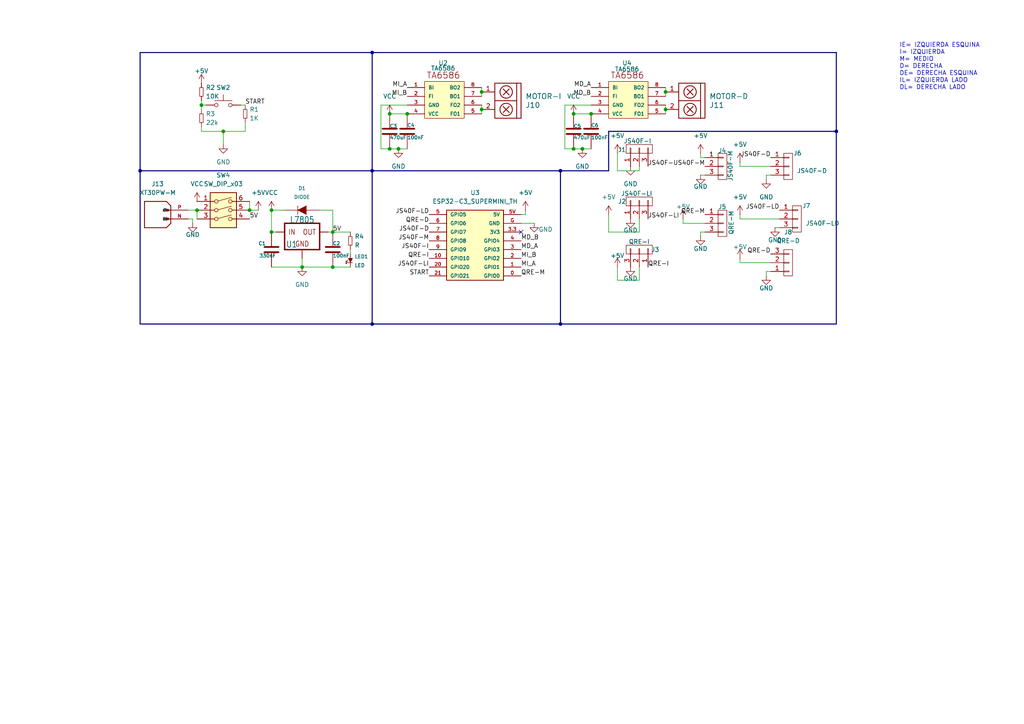
<source format=kicad_sch>
(kicad_sch (version 20231120) (generator "eeschema") (generator_version "8.0")
  (paper "A4")
  (lib_symbols
    (symbol "EESTN5:C" (pin_numbers hide) (pin_names (offset 0.254))
      (property "Reference" "C" (at 0 2.54 0))
      (property "Value" "C" (at 0.1524 -2.159 0))
      (symbol "C_0_1"
        (polyline (pts (xy -2.032 -0.762) (xy 2.032 -0.762)) (stroke (width 0.508)))
        (polyline (pts (xy -2.032 0.762) (xy 2.032 0.762)) (stroke (width 0.508)))
      )
      (symbol "C_1_1"
        (pin passive line (at 0 5.08 270) (length 4.318) (name "~") (number "1"))
        (pin passive line (at 0 -5.08 90) (length 4.318) (name "~") (number "2"))
      )
    )
    (symbol "EESTN5:CONN_01X03" (pin_names (offset 1.016) hide)
      (property "Reference" "J" (at 0 5.08 0))
      (property "Value" "CONN_01X03" (at 2.54 0 90))
      (symbol "CONN_01X03_0_1"
        (rectangle (start -1.27 -2.413) (end 0.254 -2.667))
        (rectangle (start -1.27 0.127) (end 0.254 -0.127))
        (rectangle (start -1.27 2.667) (end 0.254 2.413))
        (rectangle (start -1.27 3.81) (end 1.27 -3.81))
      )
      (symbol "CONN_01X03_1_1"
        (pin passive line (at -5.08 2.54 0) (length 3.81) (name "P1") (number "1"))
        (pin passive line (at -5.08 0 0) (length 3.81) (name "P2") (number "2"))
        (pin passive line (at -5.08 -2.54 0) (length 3.81) (name "P3") (number "3"))
      )
    )
    (symbol "EESTN5:DIODE" (pin_numbers hide) (pin_names (offset 1.016) hide)
      (property "Reference" "D" (at 0 2.54 0))
      (property "Value" "DIODE" (at 0 -2.54 0))
      (symbol "DIODE_0_1"
        (polyline (pts (xy 1.27 1.27) (xy 1.27 -1.27)) (stroke (width 0.1524)))
        (polyline (pts (xy -1.27 1.27) (xy 1.27 0) (xy -1.27 -1.27)) (fill (type outline)))
      )
      (symbol "DIODE_1_1"
        (pin passive line (at -5.08 0 0) (length 3.81) (name "A") (number "1"))
        (pin passive line (at 5.08 0 180) (length 3.81) (name "K") (number "2"))
      )
    )
    (symbol "EESTN5:LED" (pin_numbers hide) (pin_names (offset 1.016) hide)
      (property "Reference" "LED" (at 0 2.54 0))
      (property "Value" "LED" (at 0 -2.54 0))
      (symbol "LED_0_1"
        (polyline (pts (xy 0.508 -0.762) (xy 1.016 -1.27) (xy 1.016 -1.27)))
        (polyline (pts (xy 1.016 -0.762) (xy 1.524 -1.27) (xy 1.524 -1.27)))
        (polyline (pts (xy 1.27 -0.635) (xy 1.27 0.635) (xy 1.27 0.635)))
        (polyline (pts (xy 1.27 0) (xy 0 0.635) (xy 0 -0.635) (xy 0 -0.635)) (fill (type outline)))
        (polyline (pts (xy 1.524 -1.27) (xy 1.27 -1.27) (xy 1.524 -1.016) (xy 1.524 -1.27) (xy 1.524 -1.27)) (fill (type outline)))
        (polyline (pts (xy 1.016 -1.27) (xy 0.762 -1.27) (xy 1.016 -1.016) (xy 1.016 -1.27) (xy 1.016 -1.27) (xy 1.016 -1.27)) (fill (type outline)))
      )
      (symbol "LED_1_1"
        (pin passive line (at -1.27 0 0) (length 1.27) (name "A") (number "1"))
        (pin passive line (at 2.54 0 180) (length 1.27) (name "K") (number "2"))
      )
    )
    (symbol "EESTN5:R" (pin_numbers hide) (pin_names (offset 0))
      (property "Reference" "R" (at -1.27 0 90))
      (property "Value" "R" (at 1.27 0 90))
      (symbol "R_0_1"
        (rectangle (start 0.508 1.27) (end -0.508 -1.27))
      )
      (symbol "R_1_1"
        (pin passive line (at 0 2.54 270) (length 1.27) (name "~") (number "1"))
        (pin passive line (at 0 -2.54 90) (length 1.27) (name "~") (number "2"))
      )
    )
    (symbol "EESTN5:SW_DIP_x03" (pin_names (offset 0) hide)
      (property "Reference" "SW" (at 0 8.89 0))
      (property "Value" "SW_DIP_x03" (at 0 -3.81 0))
      (symbol "SW_DIP_x03_0_0"
        (circle (center -2.032 0) (radius 0.508))
        (circle (center -2.032 2.54) (radius 0.508))
        (circle (center -2.032 5.08) (radius 0.508))
        (polyline (pts (xy -1.524 0.127) (xy 2.3622 1.1684)))
        (polyline (pts (xy -1.524 2.667) (xy 2.3622 3.7084)))
        (polyline (pts (xy -1.524 5.207) (xy 2.3622 6.2484)))
        (circle (center 2.032 0) (radius 0.508))
        (circle (center 2.032 2.54) (radius 0.508))
        (circle (center 2.032 5.08) (radius 0.508))
      )
      (symbol "SW_DIP_x03_0_1"
        (rectangle (start -3.81 7.62) (end 3.81 -2.54) (stroke (width 0.254)) (fill (type background)))
      )
      (symbol "SW_DIP_x03_1_1"
        (pin input line (at -7.62 5.08 0) (length 5.08) (name "~") (number "1"))
        (pin input line (at -7.62 2.54 0) (length 5.08) (name "~") (number "2"))
        (pin input line (at -7.62 0 0) (length 5.08) (name "~") (number "3"))
        (pin input line (at 7.62 0 180) (length 5.08) (name "~") (number "4"))
        (pin input line (at 7.62 2.54 180) (length 5.08) (name "~") (number "5"))
        (pin input line (at 7.62 5.08 180) (length 5.08) (name "~") (number "6"))
      )
    )
    (symbol "EESTN5:SW_Push" (pin_numbers hide) (pin_names (offset 1.016) hide)
      (property "Reference" "SW" (at 1.27 2.54 0))
      (symbol "SW_Push_0_1"
        (circle (center -2.032 0) (radius 0.508))
        (polyline (pts (xy 0 1.27) (xy 0 3.048)))
        (polyline (pts (xy 2.54 1.27) (xy -2.54 1.27)))
        (circle (center 2.032 0) (radius 0.508))
        (pin passive line (at -5.08 0 0) (length 2.54) (name "1") (number "1"))
        (pin passive line (at 5.08 0 180) (length 2.54) (name "2") (number "2"))
      )
    )
    (symbol "EESTN5:TB_1X2" (pin_names (offset 1.016))
      (property "Reference" "J" (at 0 7.62 0))
      (property "Value" "TB_1X2" (at 1.27 -7.62 0))
      (symbol "TB_1X2_0_1"
        (rectangle (start -2.54 5.08) (end 5.08 -5.08) (stroke (width 0.254)))
        (polyline (pts (xy -1.27 0) (xy 5.08 0)) (stroke (width 0.254)))
        (polyline (pts (xy -1.27 5.08) (xy -1.27 -5.08)) (stroke (width 0.254)))
        (polyline (pts (xy 0.889 -3.429) (xy 2.667 -1.651)) (stroke (width 0.254)))
        (polyline (pts (xy 0.889 -1.651) (xy 2.667 -3.429)) (stroke (width 0.254)))
        (polyline (pts (xy 0.889 1.651) (xy 2.667 3.429)) (stroke (width 0.254)))
        (polyline (pts (xy 0.889 3.429) (xy 2.667 1.651)) (stroke (width 0.254)))
        (circle (center 1.778 -2.54) (radius 1.8034) (stroke (width 0.254)))
        (circle (center 1.778 2.54) (radius 1.8034) (stroke (width 0.254)))
      )
      (symbol "TB_1X2_1_1"
        (pin input line (at 8.89 2.54 180) (length 3.81) (name "~") (number "1"))
        (pin input line (at 8.89 -2.54 180) (length 3.81) (name "~") (number "2"))
      )
    )
    (symbol "EESTN5:l7805"
      (property "Reference" "U6" (at -3.302 -3.81 0))
      (property "Value" "L7805" (at -1.778 4.572 0))
      (symbol "l7805_1_0"
        (polyline (pts (xy -5.08 -5.08) (xy 5.08 -5.08)) (stroke (width 0.4064)))
        (polyline (pts (xy -5.08 2.54) (xy -5.08 -5.08)) (stroke (width 0.4064)))
        (polyline (pts (xy 5.08 -5.08) (xy 5.08 2.54)) (stroke (width 0.4064)))
        (polyline (pts (xy 5.08 2.54) (xy -5.08 2.54)) (stroke (width 0.4064)))
        (text "GND" (at 0 -4.318 0) (effects (font (size 1.524 1.2954)) (justify bottom)))
        (text "IN" (at -4.064 0 0) (effects (font (size 1.524 1.2954)) (justify left)))
        (text "OUT" (at 4.064 0 0) (effects (font (size 1.524 1.2954)) (justify right)))
        (pin power_in line (at -7.62 0 0) (length 2.54) (name "VIN") (number "1"))
        (pin power_in line (at 0 -7.62 90) (length 2.54) (name "GND") (number "2"))
        (pin power_in line (at 7.62 0 180) (length 2.54) (name "VOUT") (number "3"))
      )
    )
    (symbol "ESP32-C3_SUPERMINI_TH:ESP32-C3_SUPERMINI_TH" (pin_names (offset 1.016))
      (property "Reference" "U1" (at 0.635 15.24 0))
      (property "Value" "ESP32-C3_SUPERMINI_TH" (at 0.635 12.7 0))
      (symbol "ESP32-C3_SUPERMINI_TH_0_0"
        (rectangle (start -7.62 -10.16) (end 8.89 10.16) (stroke (width 0.254)) (fill (type background)))
        (pin bidirectional line (at 13.97 -8.89 180) (length 5.08) (name "GPIO0") (number "0"))
        (pin bidirectional line (at 13.97 -6.35 180) (length 5.08) (name "GPIO1") (number "1"))
        (pin bidirectional line (at -12.7 -3.81 0) (length 5.08) (name "GPIO10") (number "10"))
        (pin bidirectional line (at 13.97 -3.81 180) (length 5.08) (name "GPIO2") (number "2"))
        (pin bidirectional line (at -12.7 -6.35 0) (length 5.08) (name "GPIO20") (number "20"))
        (pin bidirectional line (at -12.7 -8.89 0) (length 5.08) (name "GPIO21") (number "21"))
        (pin bidirectional line (at 13.97 -1.27 180) (length 5.08) (name "GPIO3") (number "3"))
        (pin bidirectional line (at 13.97 1.27 180) (length 5.08) (name "GPIO4") (number "4"))
        (pin bidirectional line (at -12.7 8.89 0) (length 5.08) (name "GPIO5") (number "5"))
        (pin power_in line (at 13.97 8.89 180) (length 5.08) (name "5V") (number "5V"))
        (pin bidirectional line (at -12.7 6.35 0) (length 5.08) (name "GPIO6") (number "6"))
        (pin bidirectional line (at -12.7 3.81 0) (length 5.08) (name "GPIO7") (number "7"))
        (pin bidirectional line (at -12.7 1.27 0) (length 5.08) (name "GPIO8") (number "8"))
        (pin bidirectional line (at -12.7 -1.27 0) (length 5.08) (name "GPIO9") (number "9"))
      )
      (symbol "ESP32-C3_SUPERMINI_TH_1_0"
        (pin bidirectional line (at 13.97 3.81 180) (length 5.08) (name "3V3") (number "3.3"))
        (pin bidirectional line (at 13.97 6.35 180) (length 5.08) (name "GND") (number "G"))
      )
    )
    (symbol "TA6586:TA6586" (pin_names (offset 1.016))
      (property "Reference" "U5" (at -4.064 8.636 0))
      (property "Value" "TA6586" (at -4.064 6.096 0))
      (symbol "TA6586_0_0"
        (rectangle (start -10.16 0.508) (end 1.27 -10.16) (stroke (width 0.1524)) (fill (type background)))
        (text "TA6586 " (at -4.064 2.286 0) (effects (font (size 1.778 1.778))))
      )
      (symbol "TA6586_1_0"
        (pin bidirectional line (at -15.24 -1.27 0) (length 5.08) (name "BI") (number "1"))
        (pin bidirectional line (at -15.24 -3.81 0) (length 5.08) (name "FI") (number "2"))
        (pin bidirectional line (at -15.24 -6.35 0) (length 5.08) (name "GND") (number "3"))
        (pin bidirectional line (at -15.24 -8.89 0) (length 5.08) (name "VCC") (number "4"))
        (pin bidirectional line (at 6.35 -8.89 180) (length 5.08) (name "FO1") (number "5"))
        (pin bidirectional line (at 6.35 -6.35 180) (length 5.08) (name "FO2") (number "6"))
        (pin bidirectional line (at 6.35 -3.81 180) (length 5.08) (name "BO1") (number "7"))
        (pin bidirectional line (at 6.35 -1.27 180) (length 5.08) (name "BO2") (number "8"))
      )
    )
    (symbol "XT30PW-M:XT30PW-M" (pin_names (offset 1.016))
      (property "Reference" "J" (at -7.62 3.302 0))
      (property "Value" "XT30PW-M" (at -7.62 -7.62 0))
      (symbol "XT30PW-M_0_0"
        (rectangle (start -2.2225 -2.8575) (end -0.635 -2.2225) (stroke (width 0.1)) (fill (type outline)))
        (rectangle (start -2.2225 -0.3175) (end -0.635 0.3175) (stroke (width 0.1)) (fill (type outline)))
        (polyline (pts (xy -7.62 -5.08) (xy -7.62 2.54)) (stroke (width 0.254)))
        (polyline (pts (xy -7.62 2.54) (xy -1.27 2.54)) (stroke (width 0.254)))
        (polyline (pts (xy -1.27 -5.08) (xy -7.62 -5.08)) (stroke (width 0.254)))
        (polyline (pts (xy 0 -3.81) (xy -1.27 -5.08)) (stroke (width 0.254)))
        (polyline (pts (xy 0 -2.54) (xy -1.905 -2.54)) (stroke (width 0.254)))
        (polyline (pts (xy 0 0) (xy -1.905 0)) (stroke (width 0.254)))
        (polyline (pts (xy 0 0) (xy 0 -3.81)) (stroke (width 0.254)))
        (polyline (pts (xy 0 1.27) (xy -1.27 2.54)) (stroke (width 0.254)))
        (polyline (pts (xy 0 1.27) (xy 0 0)) (stroke (width 0.254)))
        (pin power_in line (at 5.08 -2.54 180) (length 5.08) (name "N") (number "N"))
        (pin power_in line (at 5.08 0 180) (length 5.08) (name "P") (number "P"))
      )
    )
    (symbol "power:+5V" (power) (pin_numbers hide) (pin_names (offset 0) hide)
      (property "Value" "+5V" (at 0 3.556 0))
      (symbol "+5V_0_1"
        (polyline (pts (xy -0.762 1.27) (xy 0 2.54)))
        (polyline (pts (xy 0 0) (xy 0 2.54)))
        (polyline (pts (xy 0 2.54) (xy 0.762 1.27)))
      )
      (symbol "+5V_1_1"
        (pin power_in line (at 0 0 90) (length 0) (name "~") (number "1"))
      )
    )
    (symbol "power:GND" (power) (pin_numbers hide) (pin_names (offset 0) hide)
      (property "Value" "GND" (at 0 -3.81 0))
      (symbol "GND_0_1"
        (polyline (pts (xy 0 0) (xy 0 -1.27) (xy 1.27 -1.27) (xy 0 -2.54) (xy -1.27 -1.27) (xy 0 -1.27)))
      )
      (symbol "GND_1_1"
        (pin power_in line (at 0 0 270) (length 0) (name "~") (number "1"))
      )
    )
    (symbol "power:VCC" (power) (pin_numbers hide) (pin_names (offset 0) hide)
      (property "Value" "VCC" (at 0 3.556 0))
      (symbol "VCC_0_1"
        (polyline (pts (xy -0.762 1.27) (xy 0 2.54)))
        (polyline (pts (xy 0 0) (xy 0 2.54)))
        (polyline (pts (xy 0 2.54) (xy 0.762 1.27)))
      )
      (symbol "VCC_1_1"
        (pin power_in line (at 0 0 90) (length 0) (name "~") (number "1"))
      )
    )
  )
  (junction (at 168.91 43.18))
  (junction (at 78.74 67.31))
  (junction (at 87.63 77.47))
  (junction (at 107.95 93.98))
  (junction (at 139.7 31.75))
  (junction (at 162.56 93.98))
  (junction (at 40.64 49.53))
  (junction (at 78.74 60.96))
  (junction (at 57.15 60.96))
  (junction (at 107.95 49.53))
  (junction (at 139.7 26.67))
  (junction (at 113.03 33.02))
  (junction (at 166.37 43.18))
  (junction (at 107.95 15.24))
  (junction (at 166.37 33.02))
  (junction (at 64.77 38.1))
  (junction (at 96.52 77.47))
  (junction (at 193.04 26.67))
  (junction (at 118.11 33.02))
  (junction (at 162.56 49.53))
  (junction (at 242.57 38.1))
  (junction (at 58.42 30.48))
  (junction (at 193.04 31.75))
  (junction (at 72.39 60.96))
  (junction (at 171.45 33.02))
  (junction (at 96.52 67.31))
  (junction (at 115.57 43.18))
  (junction (at 113.03 43.18))
  (no_connect (at 151.13 67.31))
  (wire (pts (xy 87.63 77.47) (xy 96.52 77.47)))
  (wire (pts (xy 87.63 74.93) (xy 87.63 77.47)))
  (wire (pts (xy 204.47 50.8) (xy 203.2 50.8)))
  (wire (pts (xy 193.04 25.4) (xy 193.04 26.67)))
  (wire (pts (xy 204.47 67.31) (xy 203.2 67.31)))
  (wire (pts (xy 222.25 50.8) (xy 222.25 52.07)))
  (bus (pts (xy 40.64 49.53) (xy 40.64 93.98)))
  (wire (pts (xy 78.74 60.96) (xy 78.74 67.31)))
  (wire (pts (xy 72.39 58.42) (xy 72.39 60.96)))
  (wire (pts (xy 171.45 30.48) (xy 163.83 30.48)))
  (wire (pts (xy 223.52 48.26) (xy 214.63 48.26)))
  (bus (pts (xy 176.53 38.1) (xy 242.57 38.1)))
  (wire (pts (xy 223.52 50.8) (xy 222.25 50.8)))
  (wire (pts (xy 78.74 60.96) (xy 82.55 60.96)))
  (wire (pts (xy 113.03 33.02) (xy 118.11 33.02)))
  (wire (pts (xy 185.42 81.28) (xy 179.07 81.28)))
  (wire (pts (xy 163.83 43.18) (xy 166.37 43.18)))
  (wire (pts (xy 223.52 76.2) (xy 214.63 76.2)))
  (wire (pts (xy 113.03 43.18) (xy 115.57 43.18)))
  (wire (pts (xy 179.07 49.53) (xy 185.42 49.53)))
  (wire (pts (xy 185.42 77.47) (xy 185.42 81.28)))
  (wire (pts (xy 214.63 63.5) (xy 226.06 63.5)))
  (wire (pts (xy 78.74 77.47) (xy 87.63 77.47)))
  (bus (pts (xy 162.56 93.98) (xy 107.95 93.98)))
  (wire (pts (xy 223.52 78.74) (xy 222.25 78.74)))
  (wire (pts (xy 179.07 77.47) (xy 179.07 81.28)))
  (wire (pts (xy 139.7 31.75) (xy 139.7 33.02)))
  (wire (pts (xy 204.47 64.77) (xy 198.12 64.77)))
  (wire (pts (xy 168.91 43.18) (xy 171.45 43.18)))
  (wire (pts (xy 152.4 62.23) (xy 151.13 62.23)))
  (wire (pts (xy 185.42 67.31) (xy 176.53 67.31)))
  (wire (pts (xy 110.49 30.48) (xy 110.49 43.18)))
  (wire (pts (xy 152.4 60.96) (xy 152.4 62.23)))
  (bus (pts (xy 176.53 49.53) (xy 162.56 49.53)))
  (wire (pts (xy 115.57 43.18) (xy 118.11 43.18)))
  (wire (pts (xy 193.04 30.48) (xy 193.04 31.75)))
  (wire (pts (xy 55.88 64.77) (xy 55.88 63.5)))
  (bus (pts (xy 107.95 93.98) (xy 40.64 93.98)))
  (wire (pts (xy 58.42 38.1) (xy 64.77 38.1)))
  (bus (pts (xy 107.95 15.24) (xy 242.57 15.24)))
  (bus (pts (xy 242.57 93.98) (xy 162.56 93.98)))
  (wire (pts (xy 55.88 63.5) (xy 54.61 63.5)))
  (wire (pts (xy 96.52 67.31) (xy 95.25 67.31)))
  (wire (pts (xy 71.12 35.56) (xy 71.12 38.1)))
  (wire (pts (xy 57.15 60.96) (xy 57.15 63.5)))
  (wire (pts (xy 58.42 36.83) (xy 58.42 38.1)))
  (wire (pts (xy 214.63 63.5) (xy 214.63 62.23)))
  (wire (pts (xy 193.04 26.67) (xy 193.04 27.94)))
  (wire (pts (xy 166.37 33.02) (xy 171.45 33.02)))
  (bus (pts (xy 242.57 15.24) (xy 242.57 38.1)))
  (wire (pts (xy 58.42 30.48) (xy 58.42 31.75)))
  (wire (pts (xy 58.42 30.48) (xy 59.69 30.48)))
  (wire (pts (xy 92.71 60.96) (xy 96.52 60.96)))
  (wire (pts (xy 166.37 43.18) (xy 168.91 43.18)))
  (wire (pts (xy 204.47 45.72) (xy 203.2 45.72)))
  (bus (pts (xy 162.56 93.98) (xy 162.56 49.53)))
  (wire (pts (xy 78.74 67.31) (xy 80.01 67.31)))
  (wire (pts (xy 193.04 31.75) (xy 193.04 33.02)))
  (wire (pts (xy 214.63 48.26) (xy 214.63 46.99)))
  (wire (pts (xy 222.25 78.74) (xy 222.25 80.01)))
  (wire (pts (xy 71.12 38.1) (xy 64.77 38.1)))
  (bus (pts (xy 40.64 49.53) (xy 107.95 49.53)))
  (wire (pts (xy 54.61 60.96) (xy 57.15 60.96)))
  (wire (pts (xy 185.42 48.26) (xy 185.42 49.53)))
  (bus (pts (xy 242.57 38.1) (xy 242.57 93.98)))
  (bus (pts (xy 107.95 49.53) (xy 107.95 93.98)))
  (wire (pts (xy 96.52 77.47) (xy 101.6 77.47)))
  (wire (pts (xy 64.77 38.1) (xy 64.77 41.91)))
  (wire (pts (xy 118.11 30.48) (xy 110.49 30.48)))
  (wire (pts (xy 203.2 67.31) (xy 203.2 68.58)))
  (wire (pts (xy 226.06 66.04) (xy 224.79 66.04)))
  (bus (pts (xy 40.64 15.24) (xy 107.95 15.24)))
  (wire (pts (xy 139.7 25.4) (xy 139.7 26.67)))
  (wire (pts (xy 214.63 76.2) (xy 214.63 74.93)))
  (wire (pts (xy 176.53 62.23) (xy 176.53 67.31)))
  (wire (pts (xy 179.07 44.45) (xy 179.07 49.53)))
  (wire (pts (xy 163.83 30.48) (xy 163.83 43.18)))
  (bus (pts (xy 162.56 49.53) (xy 107.95 49.53)))
  (wire (pts (xy 198.12 64.77) (xy 198.12 63.5)))
  (wire (pts (xy 151.13 64.77) (xy 154.94 64.77)))
  (wire (pts (xy 69.85 30.48) (xy 71.12 30.48)))
  (wire (pts (xy 101.6 73.66) (xy 101.6 72.39)))
  (wire (pts (xy 139.7 26.67) (xy 139.7 27.94)))
  (wire (pts (xy 96.52 60.96) (xy 96.52 67.31)))
  (wire (pts (xy 72.39 60.96) (xy 74.93 60.96)))
  (wire (pts (xy 139.7 30.48) (xy 139.7 31.75)))
  (wire (pts (xy 203.2 45.72) (xy 203.2 44.45)))
  (bus (pts (xy 176.53 49.53) (xy 176.53 38.1)))
  (wire (pts (xy 96.52 67.31) (xy 101.6 67.31)))
  (wire (pts (xy 58.42 29.21) (xy 58.42 30.48)))
  (bus (pts (xy 107.95 49.53) (xy 107.95 15.24)))
  (wire (pts (xy 110.49 43.18) (xy 113.03 43.18)))
  (bus (pts (xy 40.64 15.24) (xy 40.64 49.53)))
  (wire (pts (xy 185.42 63.5) (xy 185.42 67.31)))
  (text "IE= IZQUIERDA ESQUINA\nI= IZQUIERDA \nM= MEDIO \nD= DERECHA \nDE= DERECHA ESQUINA \nIL= IZQUIERDA LADO \nDL= DERECHA LADO \n" (at 260.858 19.304 0) (effects (font (size 1.27 1.27)) (justify left)))
  (label "JS40F-D" (at 124.46 67.31 180))
  (label "MI_A" (at 151.13 77.47 0))
  (label "JS40F-M" (at 124.46 69.85 180))
  (label "QRE-D" (at 124.46 64.77 180))
  (label "5V" (at 72.39 63.5 0))
  (label "QRE-I" (at 124.46 74.93 180))
  (label "JS40F-LI" (at 187.96 63.5 0))
  (label "MI_A" (at 118.11 25.4 180))
  (label "MI_B" (at 118.11 27.94 180))
  (label "JS40F-I" (at 124.46 72.39 180))
  (label "JS40F-D" (at 223.52 45.72 180))
  (label "MI_B" (at 151.13 74.93 0))
  (label "MD_B" (at 151.13 69.85 0))
  (label "5V" (at 96.52 67.31 0))
  (label "MD_A" (at 171.45 25.4 180))
  (label "QRE-M" (at 204.47 62.23 180))
  (label "START" (at 71.12 30.48 0))
  (label "JS40F-LD" (at 124.46 62.23 180))
  (label "MD_B" (at 171.45 27.94 180))
  (label "START" (at 124.46 80.01 180))
  (label "QRE-M" (at 151.13 80.01 0))
  (label "JS40F-LI" (at 124.46 77.47 180))
  (label "QRE-I" (at 187.96 77.47 0))
  (label "QRE-D" (at 223.52 73.66 180))
  (label "JS40F-I" (at 187.96 48.26 0))
  (label "JS40F-M" (at 204.47 48.26 180))
  (label "MD_A" (at 151.13 72.39 0))
  (label "JS40F-LD" (at 226.06 60.96 180))
  (symbol (lib_id "EESTN5:CONN_01X03") (at 185.42 72.39 270) (mirror x) (unit 1)
    (property "Reference" "J3" (at 191.262 72.39 90) (effects (justify right)))
    (property "Value" "QRE-I" (at 188.468 70.104 90) (effects (justify right)))
    (property "Footprint" "Connector_JST:JST_PH_B3B-PH-K_1x03_P2.00mm_Vertical" (effects (hide yes)))
    (property "Description" "Connector, single row, 01x03, pin header" (effects (hide yes)))
  )
  (symbol (lib_id "power:GND") (at 224.79 66.04 0) (unit 1)
    (property "Reference" "#PWR020" (effects (hide yes)))
    (property "Value" "GND" (at 224.79 69.596 0))
    (property "Description" "Power symbol creates a global label with name \"GND\" , ground" (effects (hide yes)))
  )
  (symbol (lib_id "power:VCC") (at 113.03 33.02 0) (unit 1)
    (property "Reference" "#PWR04" (effects (hide yes)))
    (property "Value" "VCC" (at 113.03 27.94 0))
    (property "Description" "Power symbol creates a global label with name \"VCC\"" (effects (hide yes)))
  )
  (symbol (lib_id "power:GND") (at 64.77 41.91 0) (unit 1)
    (property "Reference" "#PWR029" (effects (hide yes)))
    (property "Value" "GND" (at 64.77 46.99 0))
    (property "Description" "Power symbol creates a global label with name \"GND\" , ground" (effects (hide yes)))
  )
  (symbol (lib_id "power:+5V") (at 152.4 60.96 0) (unit 1)
    (property "Reference" "#PWR06" (effects (hide yes)))
    (property "Value" "+5V" (at 152.4 55.88 0))
    (property "Description" "Power symbol creates a global label with name \"+5V\"" (effects (hide yes)))
  )
  (symbol (lib_id "power:GND") (at 182.88 77.47 0) (unit 1)
    (property "Reference" "#PWR024" (effects (hide yes)))
    (property "Value" "GND" (at 182.88 80.772 0))
    (property "Description" "Power symbol creates a global label with name \"GND\" , ground" (effects (hide yes)))
  )
  (symbol (lib_id "power:GND") (at 55.88 64.77 0) (unit 1)
    (property "Reference" "#PWR027" (effects (hide yes)))
    (property "Value" "GND" (at 55.88 68.072 0))
    (property "Description" "Power symbol creates a global label with name \"GND\" , ground" (effects (hide yes)))
  )
  (symbol (lib_id "EESTN5:R") (at 58.42 34.29 0) (unit 1)
    (property "Reference" "R3" (at 59.69 33.0199 0) (effects (justify left)))
    (property "Value" "22k" (at 59.69 35.5599 0) (effects (justify left)))
    (property "Footprint" "EESTN5:R_0805" (effects (hide yes)))
    (property "Description" "Resistor" (effects (hide yes)))
  )
  (symbol (lib_id "EESTN5:TB_1X2") (at 201.93 29.21 0) (mirror y) (unit 1)
    (property "Reference" "J11" (at 205.74 30.4801 0) (effects (font (size 1.524 1.524)) (justify right)))
    (property "Value" "MOTOR-D" (at 205.74 27.9401 0) (effects (font (size 1.524 1.524)) (justify right)))
    (property "Footprint" "EESTN5:TB 2.54mm" (effects (hide yes)))
  )
  (symbol (lib_id "EESTN5:R") (at 58.42 26.67 0) (unit 1)
    (property "Reference" "R2" (at 59.69 25.3999 0) (effects (justify left)))
    (property "Value" "10K" (at 59.69 27.9399 0) (effects (justify left)))
    (property "Footprint" "EESTN5:R_0805" (effects (hide yes)))
    (property "Description" "Resistor" (effects (hide yes)))
  )
  (symbol (lib_id "power:GND") (at 87.63 77.47 0) (unit 1)
    (property "Reference" "#PWR02" (effects (hide yes)))
    (property "Value" "GND" (at 87.63 82.55 0))
    (property "Description" "Power symbol creates a global label with name \"GND\" , ground" (effects (hide yes)))
  )
  (symbol (lib_id "EESTN5:CONN_01X03") (at 228.6 48.26 0) (unit 1)
    (property "Reference" "J6" (at 230.124 44.45 0) (effects (justify left)))
    (property "Value" "JS40F-D" (at 231.14 49.5299 0) (effects (justify left)))
    (property "Footprint" "Connector_JST:JST_PH_B3B-PH-K_1x03_P2.00mm_Vertical" (effects (hide yes)))
    (property "Description" "Connector, single row, 01x03, pin header" (effects (hide yes)))
  )
  (symbol (lib_id "EESTN5:R") (at 101.6 69.85 0) (unit 1)
    (property "Reference" "R4" (at 102.87 68.5799 0) (effects (justify left)))
    (property "Value" "R" (at 102.87 71.1199 0) (effects (justify left)))
    (property "Footprint" "EESTN5:R_0805" (effects (hide yes)))
    (property "Description" "Resistor" (effects (hide yes)))
  )
  (symbol (lib_id "EESTN5:l7805") (at 87.63 67.31 0) (unit 1)
    (property "Reference" "U1" (at 84.582 70.866 0) (effects (font (size 1.778 1.5113))))
    (property "Value" "L7805" (at 87.63 63.754 0) (effects (font (size 1.778 1.5113))))
    (property "Footprint" "EESTN5:D2PAK" (effects (hide yes)))
  )
  (symbol (lib_id "power:GND") (at 182.88 63.5 0) (unit 1)
    (property "Reference" "#PWR013" (effects (hide yes)))
    (property "Value" "GND" (at 182.88 66.802 0))
    (property "Description" "Power symbol creates a global label with name \"GND\" , ground" (effects (hide yes)))
  )
  (symbol (lib_id "power:+5V") (at 176.53 62.23 0) (unit 1)
    (property "Reference" "#PWR012" (effects (hide yes)))
    (property "Value" "+5V" (at 176.53 57.15 0))
    (property "Description" "Power symbol creates a global label with name \"+5V\"" (effects (hide yes)))
  )
  (symbol (lib_id "power:GND") (at 182.88 48.26 0) (unit 1)
    (property "Reference" "#PWR011" (effects (hide yes)))
    (property "Value" "GND" (at 182.88 53.34 0))
    (property "Description" "Power symbol creates a global label with name \"GND\" , ground" (effects (hide yes)))
  )
  (symbol (lib_id "power:GND") (at 222.25 80.01 0) (unit 1)
    (property "Reference" "#PWR023" (effects (hide yes)))
    (property "Value" "GND" (at 222.25 83.566 0))
    (property "Description" "Power symbol creates a global label with name \"GND\" , ground" (effects (hide yes)))
  )
  (symbol (lib_id "power:GND") (at 203.2 50.8 0) (unit 1)
    (property "Reference" "#PWR016" (effects (hide yes)))
    (property "Value" "GND" (at 203.2 54.102 0))
    (property "Description" "Power symbol creates a global label with name \"GND\" , ground" (effects (hide yes)))
  )
  (symbol (lib_id "EESTN5:CONN_01X03") (at 228.6 76.2 0) (mirror x) (unit 1)
    (property "Reference" "J8" (at 228.6 67.31 0))
    (property "Value" "QRE-D" (at 228.6 69.85 0))
    (property "Footprint" "Connector_JST:JST_PH_B3B-PH-K_1x03_P2.00mm_Vertical" (effects (hide yes)))
    (property "Description" "Connector, single row, 01x03, pin header" (effects (hide yes)))
  )
  (symbol (lib_id "EESTN5:CONN_01X03") (at 231.14 63.5 0) (unit 1)
    (property "Reference" "J7" (at 232.664 59.69 0) (effects (justify left)))
    (property "Value" "JS40F-LD" (at 233.68 64.7699 0) (effects (justify left)))
    (property "Footprint" "Connector_JST:JST_PH_B3B-PH-K_1x03_P2.00mm_Vertical" (effects (hide yes)))
    (property "Description" "Connector, single row, 01x03, pin header" (effects (hide yes)))
  )
  (symbol (lib_id "EESTN5:SW_DIP_x03") (at 64.77 63.5 0) (unit 1)
    (property "Reference" "SW4" (at 64.77 50.8 0))
    (property "Value" "SW_DIP_x03" (at 64.77 53.34 0))
    (property "Footprint" "Button_Switch_THT:SW_E-Switch_EG1271_SPDT" (effects (hide yes)))
    (property "Description" "3x DIP Switch, Single Pole Single Throw (SPST) switch, small symbol" (effects (hide yes)))
  )
  (symbol (lib_id "power:GND") (at 115.57 43.18 0) (unit 1)
    (property "Reference" "#PWR05" (effects (hide yes)))
    (property "Value" "GND" (at 115.57 48.26 0))
    (property "Description" "Power symbol creates a global label with name \"GND\" , ground" (effects (hide yes)))
  )
  (symbol (lib_id "power:GND") (at 222.25 52.07 0) (unit 1)
    (property "Reference" "#PWR018" (effects (hide yes)))
    (property "Value" "GND" (at 222.25 57.15 0))
    (property "Description" "Power symbol creates a global label with name \"GND\" , ground" (effects (hide yes)))
  )
  (symbol (lib_id "EESTN5:C") (at 118.11 38.1 0) (unit 1)
    (property "Reference" "C4" (at 118.11 36.322 0) (effects (font (size 1.016 1.016)) (justify left)))
    (property "Value" "100nF" (at 118.11 39.878 0) (effects (font (size 1.016 1.016)) (justify left)))
    (property "Footprint" "EESTN5:C_0805" (effects (hide yes)))
  )
  (symbol (lib_id "power:VCC") (at 78.74 60.96 0) (unit 1)
    (property "Reference" "#PWR01" (effects (hide yes)))
    (property "Value" "VCC" (at 78.74 55.88 0))
    (property "Description" "Power symbol creates a global label with name \"VCC\"" (effects (hide yes)))
  )
  (symbol (lib_id "TA6586:TA6586") (at 133.35 24.13 0) (unit 1)
    (property "Reference" "U2" (at 128.524 18.288 0))
    (property "Value" "TA6586" (at 128.524 19.812 0))
    (property "Footprint" "EESTN5:TA6586-FOOTPRINT" (effects (hide yes)))
    (property "MF" "Wuxi" (effects (hide yes)))
    (property "Description_1" "\n                        \n                            DC Bidirectional motor driving circuit\n                        \n" (effects (hide yes)))
    (property "Package" "Package" (effects (hide yes)))
    (property "Price" "None" (effects (hide yes)))
    (property "SnapEDA_Link" "https://www.snapeda.com/parts/TA6586/Wuxi/view-part/?ref=snap" (effects (hide yes)))
    (property "MP" "TA6586" (effects (hide yes)))
    (property "Availability" "Not in stock" (effects (hide yes)))
    (property "Check_prices" "https://www.snapeda.com/parts/TA6586/Wuxi/view-part/?ref=eda" (effects (hide yes)))
  )
  (symbol (lib_id "power:GND") (at 203.2 68.58 0) (unit 1)
    (property "Reference" "#PWR025" (effects (hide yes)))
    (property "Value" "GND" (at 203.2 72.136 0))
    (property "Description" "Power symbol creates a global label with name \"GND\" , ground" (effects (hide yes)))
  )
  (symbol (lib_id "power:GND") (at 168.91 43.18 0) (unit 1)
    (property "Reference" "#PWR09" (effects (hide yes)))
    (property "Value" "GND" (at 168.91 48.26 0))
    (property "Description" "Power symbol creates a global label with name \"GND\" , ground" (effects (hide yes)))
  )
  (symbol (lib_id "power:VCC") (at 57.15 58.42 0) (unit 1)
    (property "Reference" "#PWR026" (effects (hide yes)))
    (property "Value" "VCC" (at 57.15 53.34 0))
    (property "Description" "Power symbol creates a global label with name \"VCC\"" (effects (hide yes)))
  )
  (symbol (lib_id "EESTN5:DIODE") (at 87.63 60.96 180) (unit 1)
    (property "Reference" "D1" (at 87.5919 54.61 0) (effects (font (size 1.016 1.016))))
    (property "Value" "DIODE" (at 87.5919 57.15 0) (effects (font (size 1.016 1.016))))
    (property "Footprint" "Diode_SMD:D_1206_3216Metric_Pad1.42x1.75mm_HandSolder" (effects (hide yes)))
  )
  (symbol (lib_id "power:+5V") (at 74.93 60.96 0) (unit 1)
    (property "Reference" "#PWR03" (effects (hide yes)))
    (property "Value" "+5V" (at 74.93 55.88 0))
    (property "Description" "Power symbol creates a global label with name \"+5V\"" (effects (hide yes)))
  )
  (symbol (lib_id "power:+5V") (at 179.07 44.45 0) (unit 1)
    (property "Reference" "#PWR010" (effects (hide yes)))
    (property "Value" "+5V" (at 179.07 39.37 0))
    (property "Description" "Power symbol creates a global label with name \"+5V\"" (effects (hide yes)))
  )
  (symbol (lib_id "EESTN5:CONN_01X03") (at 209.55 48.26 0) (unit 1)
    (property "Reference" "J4" (at 208.28 43.688 0) (effects (justify left)))
    (property "Value" "JS40F-M" (at 211.836 52.578 90) (effects (justify left)))
    (property "Footprint" "Connector_JST:JST_PH_B3B-PH-K_1x03_P2.00mm_Vertical" (effects (hide yes)))
    (property "Description" "Connector, single row, 01x03, pin header" (effects (hide yes)))
  )
  (symbol (lib_id "ESP32-C3_SUPERMINI_TH:ESP32-C3_SUPERMINI_TH") (at 137.16 71.12 0) (unit 1)
    (property "Reference" "U3" (at 137.795 55.88 0))
    (property "Value" "ESP32-C3_SUPERMINI_TH" (at 137.795 58.42 0))
    (property "Footprint" "EESTN5:MODULE_ESP32-C3_SUPERMINI" (effects (hide yes)))
  )
  (symbol (lib_id "EESTN5:C") (at 113.03 38.1 0) (unit 1)
    (property "Reference" "C3" (at 113.03 36.576 0) (effects (font (size 1.016 1.016)) (justify left)))
    (property "Value" "470uF" (at 113.03 39.878 0) (effects (font (size 1.016 1.016)) (justify left)))
    (property "Footprint" "Capacitor_SMD:CP_Elec_10x10" (effects (hide yes)))
  )
  (symbol (lib_id "EESTN5:R") (at 71.12 33.02 0) (unit 1)
    (property "Reference" "R1" (at 72.39 31.7499 0) (effects (justify left)))
    (property "Value" "1K" (at 72.39 34.2899 0) (effects (justify left)))
    (property "Footprint" "EESTN5:R_0805" (effects (hide yes)))
    (property "Description" "Resistor" (effects (hide yes)))
  )
  (symbol (lib_id "EESTN5:C") (at 78.74 72.39 0) (unit 1)
    (property "Reference" "C1" (at 74.93 70.612 0) (effects (font (size 1.016 1.016)) (justify left)))
    (property "Value" "330nF" (at 75.184 74.168 0) (effects (font (size 1.016 1.016)) (justify left)))
    (property "Footprint" "EESTN5:C_0805" (effects (hide yes)))
  )
  (symbol (lib_id "power:+5V") (at 214.63 46.99 0) (unit 1)
    (property "Reference" "#PWR017" (effects (hide yes)))
    (property "Value" "+5V" (at 214.63 41.91 0))
    (property "Description" "Power symbol creates a global label with name \"+5V\"" (effects (hide yes)))
  )
  (symbol (lib_id "power:GND") (at 154.94 64.77 0) (unit 1)
    (property "Reference" "#PWR07" (effects (hide yes)))
    (property "Value" "GND" (at 158.242 66.548 0))
    (property "Description" "Power symbol creates a global label with name \"GND\" , ground" (effects (hide yes)))
  )
  (symbol (lib_id "power:+5V") (at 198.12 63.5 0) (unit 1)
    (property "Reference" "#PWR021" (effects (hide yes)))
    (property "Value" "+5V" (at 198.12 59.944 0))
    (property "Description" "Power symbol creates a global label with name \"+5V\"" (effects (hide yes)))
  )
  (symbol (lib_id "power:+5V") (at 179.07 77.47 0) (unit 1)
    (property "Reference" "#PWR014" (effects (hide yes)))
    (property "Value" "+5V" (at 179.07 74.168 0))
    (property "Description" "Power symbol creates a global label with name \"+5V\"" (effects (hide yes)))
  )
  (symbol (lib_id "EESTN5:TB_1X2") (at 148.59 29.21 0) (mirror y) (unit 1)
    (property "Reference" "J10" (at 152.4 30.4801 0) (effects (font (size 1.524 1.524)) (justify right)))
    (property "Value" "MOTOR-I" (at 152.4 27.9401 0) (effects (font (size 1.524 1.524)) (justify right)))
    (property "Footprint" "EESTN5:TB 2.54mm" (effects (hide yes)))
  )
  (symbol (lib_id "power:VCC") (at 166.37 33.02 0) (unit 1)
    (property "Reference" "#PWR08" (effects (hide yes)))
    (property "Value" "VCC" (at 166.37 27.94 0))
    (property "Description" "Power symbol creates a global label with name \"VCC\"" (effects (hide yes)))
  )
  (symbol (lib_id "XT30PW-M:XT30PW-M") (at 49.53 60.96 0) (unit 1)
    (property "Reference" "J13" (at 45.72 53.34 0))
    (property "Value" "XT30PW-M" (at 45.72 55.88 0))
    (property "Footprint" "EESTN5:AMASS_XT30PW-M" (effects (hide yes)))
    (property "MF" "AMASS" (effects (hide yes)))
    (property "MAXIMUM_PACKAGE_HEIGHT" "5 mm" (effects (hide yes)))
    (property "Package" "None" (effects (hide yes)))
    (property "Price" "None" (effects (hide yes)))
    (property "Check_prices" "https://www.snapeda.com/parts/XT30PW-M/AMASS/view-part/?ref=eda" (effects (hide yes)))
    (property "STANDARD" "Manufacturer Recommendations" (effects (hide yes)))
    (property "PARTREV" "1.2" (effects (hide yes)))
    (property "SnapEDA_Link" "https://www.snapeda.com/parts/XT30PW-M/AMASS/view-part/?ref=snap" (effects (hide yes)))
    (property "MP" "XT30PW-M" (effects (hide yes)))
    (property "Description_1" "\n                        \n                            Socket; DC supply; XT30; male; PIN: 2; on PCBs; THT; Colour: yellow\n                        \n" (effects (hide yes)))
    (property "MANUFACTURER" "Amass" (effects (hide yes)))
    (property "Availability" "Not in stock" (effects (hide yes)))
    (property "SNAPEDA_PN" "XT30PW-M" (effects (hide yes)))
  )
  (symbol (lib_id "EESTN5:LED") (at 101.6 74.93 270) (unit 1)
    (property "Reference" "LED1" (at 102.87 74.4219 90) (effects (font (size 1.016 1.016)) (justify left)))
    (property "Value" "LED" (at 102.87 76.9619 90) (effects (font (size 1.016 1.016)) (justify left)))
    (property "Footprint" "LED_SMD:LED_0805_2012Metric" (effects (hide yes)))
  )
  (symbol (lib_id "EESTN5:CONN_01X03") (at 185.42 43.18 90) (unit 1)
    (property "Reference" "J1" (at 181.61 43.434 90) (effects (justify left)))
    (property "Value" "JS40F-I" (at 188.976 40.894 90) (effects (justify left)))
    (property "Footprint" "Connector_JST:JST_PH_B3B-PH-K_1x03_P2.00mm_Vertical" (effects (hide yes)))
    (property "Description" "Connector, single row, 01x03, pin header" (effects (hide yes)))
  )
  (symbol (lib_id "power:+5V") (at 203.2 44.45 0) (unit 1)
    (property "Reference" "#PWR015" (effects (hide yes)))
    (property "Value" "+5V" (at 203.2 39.37 0))
    (property "Description" "Power symbol creates a global label with name \"+5V\"" (effects (hide yes)))
  )
  (symbol (lib_id "TA6586:TA6586") (at 186.69 24.13 0) (unit 1)
    (property "Reference" "U4" (at 181.864 18.288 0))
    (property "Value" "TA6586" (at 181.864 20.066 0))
    (property "Footprint" "EESTN5:TA6586-FOOTPRINT" (effects (hide yes)))
    (property "MF" "Wuxi" (effects (hide yes)))
    (property "Description_1" "\n                        \n                            DC Bidirectional motor driving circuit\n                        \n" (effects (hide yes)))
    (property "Package" "Package" (effects (hide yes)))
    (property "Price" "None" (effects (hide yes)))
    (property "SnapEDA_Link" "https://www.snapeda.com/parts/TA6586/Wuxi/view-part/?ref=snap" (effects (hide yes)))
    (property "MP" "TA6586" (effects (hide yes)))
    (property "Availability" "Not in stock" (effects (hide yes)))
    (property "Check_prices" "https://www.snapeda.com/parts/TA6586/Wuxi/view-part/?ref=eda" (effects (hide yes)))
  )
  (symbol (lib_id "EESTN5:C") (at 166.37 38.1 0) (unit 1)
    (property "Reference" "C5" (at 166.37 36.576 0) (effects (font (size 1.016 1.016)) (justify left)))
    (property "Value" "470uF" (at 166.37 39.878 0) (effects (font (size 1.016 1.016)) (justify left)))
    (property "Footprint" "Capacitor_SMD:CP_Elec_10x10" (effects (hide yes)))
  )
  (symbol (lib_id "power:+5V") (at 58.42 24.13 0) (unit 1)
    (property "Reference" "#PWR028" (effects (hide yes)))
    (property "Value" "+5V" (at 58.42 20.574 0))
    (property "Description" "Power symbol creates a global label with name \"+5V\"" (effects (hide yes)))
  )
  (symbol (lib_id "power:+5V") (at 214.63 62.23 0) (unit 1)
    (property "Reference" "#PWR019" (effects (hide yes)))
    (property "Value" "+5V" (at 214.63 57.15 0))
    (property "Description" "Power symbol creates a global label with name \"+5V\"" (effects (hide yes)))
  )
  (symbol (lib_id "EESTN5:CONN_01X03") (at 209.55 64.77 0) (unit 1)
    (property "Reference" "J5" (at 208.28 59.944 0) (effects (justify left)))
    (property "Value" "QRE-M" (at 212.09 68.072 90) (effects (justify left)))
    (property "Footprint" "Connector_JST:JST_PH_B3B-PH-K_1x03_P2.00mm_Vertical" (effects (hide yes)))
    (property "Description" "Connector, single row, 01x03, pin header" (effects (hide yes)))
  )
  (symbol (lib_id "EESTN5:C") (at 171.45 38.1 0) (unit 1)
    (property "Reference" "C6" (at 171.45 36.322 0) (effects (font (size 1.016 1.016)) (justify left)))
    (property "Value" "100nF" (at 171.45 39.878 0) (effects (font (size 1.016 1.016)) (justify left)))
    (property "Footprint" "EESTN5:C_0805" (effects (hide yes)))
  )
  (symbol (lib_id "EESTN5:SW_Push") (at 64.77 30.48 0) (unit 1)
    (property "Reference" "SW2" (at 64.77 25.4 0))
    (property "Value" "SW_Push" (effects (hide yes)))
    (property "Footprint" "EESTN5:Pulsador_SMD_2_BAJO" (effects (hide yes)))
    (property "Description" "Push button switch, generic, two pins" (effects (hide yes)))
  )
  (symbol (lib_id "EESTN5:CONN_01X03") (at 185.42 58.42 90) (unit 1)
    (property "Reference" "J2" (at 181.61 58.42 90) (effects (justify left)))
    (property "Value" "JS40F-LI" (at 189.23 56.134 90) (effects (justify left)))
    (property "Footprint" "Connector_JST:JST_PH_B3B-PH-K_1x03_P2.00mm_Vertical" (effects (hide yes)))
    (property "Description" "Connector, single row, 01x03, pin header" (effects (hide yes)))
  )
  (symbol (lib_id "EESTN5:C") (at 96.52 72.39 0) (unit 1)
    (property "Reference" "C2" (at 96.52 70.612 0) (effects (font (size 1.016 1.016)) (justify left)))
    (property "Value" "100nF" (at 96.52 74.168 0) (effects (font (size 1.016 1.016)) (justify left)))
    (property "Footprint" "EESTN5:C_0805" (effects (hide yes)))
  )
  (symbol (lib_id "power:+5V") (at 214.63 74.93 0) (unit 1)
    (property "Reference" "#PWR022" (effects (hide yes)))
    (property "Value" "+5V" (at 214.63 71.628 0))
    (property "Description" "Power symbol creates a global label with name \"+5V\"" (effects (hide yes)))
  )
)
</source>
